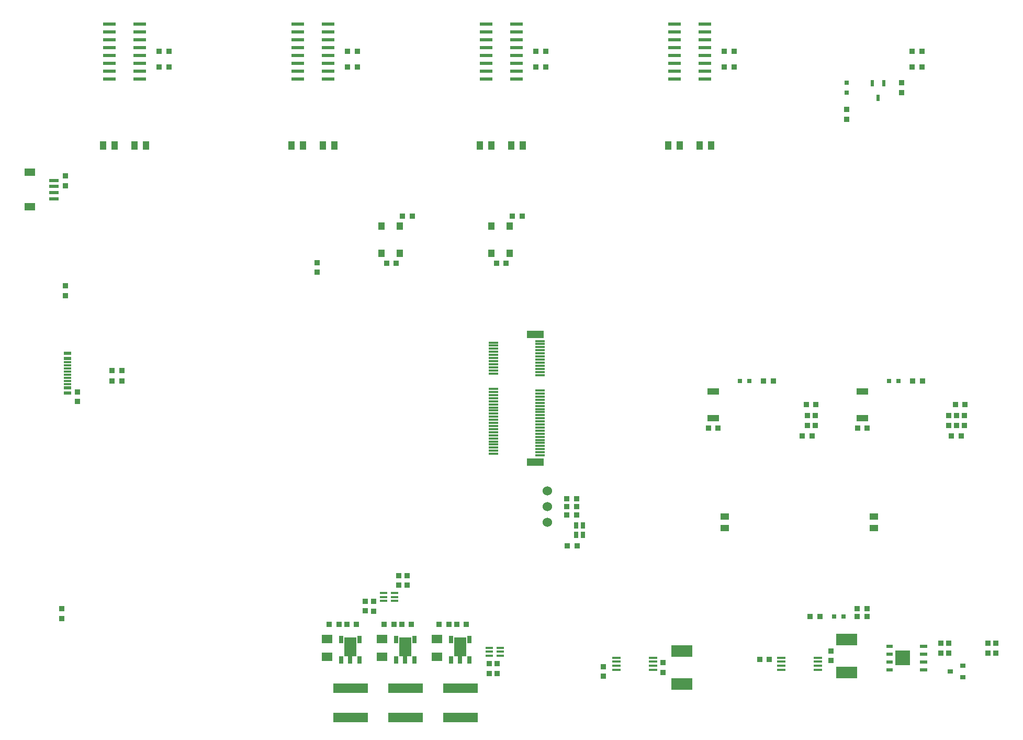
<source format=gtp>
G04*
G04 #@! TF.GenerationSoftware,Altium Limited,Altium Designer,22.10.1 (41)*
G04*
G04 Layer_Color=8421504*
%FSLAX25Y25*%
%MOIN*%
G70*
G04*
G04 #@! TF.SameCoordinates,F9F3A06B-563E-4FCB-9898-75D578650021*
G04*
G04*
G04 #@! TF.FilePolarity,Positive*
G04*
G01*
G75*
%ADD18R,0.05787X0.04370*%
%ADD19R,0.05000X0.02402*%
%ADD20R,0.04016X0.02402*%
%ADD21R,0.09449X0.09449*%
%ADD22R,0.03661X0.03425*%
G04:AMPARAMS|DCode=23|XSize=11.81mil|YSize=61.02mil|CornerRadius=0.89mil|HoleSize=0mil|Usage=FLASHONLY|Rotation=270.000|XOffset=0mil|YOffset=0mil|HoleType=Round|Shape=RoundedRectangle|*
%AMROUNDEDRECTD23*
21,1,0.01181,0.05925,0,0,270.0*
21,1,0.01004,0.06102,0,0,270.0*
1,1,0.00177,-0.02963,-0.00502*
1,1,0.00177,-0.02963,0.00502*
1,1,0.00177,0.02963,0.00502*
1,1,0.00177,0.02963,-0.00502*
%
%ADD23ROUNDEDRECTD23*%
G04:AMPARAMS|DCode=24|XSize=47.24mil|YSize=108.27mil|CornerRadius=3.54mil|HoleSize=0mil|Usage=FLASHONLY|Rotation=270.000|XOffset=0mil|YOffset=0mil|HoleType=Round|Shape=RoundedRectangle|*
%AMROUNDEDRECTD24*
21,1,0.04724,0.10118,0,0,270.0*
21,1,0.04016,0.10827,0,0,270.0*
1,1,0.00709,-0.05059,-0.02008*
1,1,0.00709,-0.05059,0.02008*
1,1,0.00709,0.05059,0.02008*
1,1,0.00709,0.05059,-0.02008*
%
%ADD24ROUNDEDRECTD24*%
%ADD25R,0.05512X0.01772*%
G04:AMPARAMS|DCode=26|XSize=77.56mil|YSize=23.23mil|CornerRadius=2.9mil|HoleSize=0mil|Usage=FLASHONLY|Rotation=0.000|XOffset=0mil|YOffset=0mil|HoleType=Round|Shape=RoundedRectangle|*
%AMROUNDEDRECTD26*
21,1,0.07756,0.01742,0,0,0.0*
21,1,0.07175,0.02323,0,0,0.0*
1,1,0.00581,0.03588,-0.00871*
1,1,0.00581,-0.03588,-0.00871*
1,1,0.00581,-0.03588,0.00871*
1,1,0.00581,0.03588,0.00871*
%
%ADD26ROUNDEDRECTD26*%
%ADD27R,0.02677X0.04724*%
%ADD28R,0.03937X0.05118*%
%ADD29R,0.03425X0.03661*%
G04:AMPARAMS|DCode=30|XSize=74.8mil|YSize=132.68mil|CornerRadius=2.62mil|HoleSize=0mil|Usage=FLASHONLY|Rotation=90.000|XOffset=0mil|YOffset=0mil|HoleType=Round|Shape=RoundedRectangle|*
%AMROUNDEDRECTD30*
21,1,0.07480,0.12744,0,0,90.0*
21,1,0.06957,0.13268,0,0,90.0*
1,1,0.00524,0.06372,0.03478*
1,1,0.00524,0.06372,-0.03478*
1,1,0.00524,-0.06372,-0.03478*
1,1,0.00524,-0.06372,0.03478*
%
%ADD30ROUNDEDRECTD30*%
%ADD31R,0.02362X0.03937*%
G04:AMPARAMS|DCode=32|XSize=45.28mil|YSize=15.75mil|CornerRadius=1.97mil|HoleSize=0mil|Usage=FLASHONLY|Rotation=0.000|XOffset=0mil|YOffset=0mil|HoleType=Round|Shape=RoundedRectangle|*
%AMROUNDEDRECTD32*
21,1,0.04528,0.01181,0,0,0.0*
21,1,0.04134,0.01575,0,0,0.0*
1,1,0.00394,0.02067,-0.00591*
1,1,0.00394,-0.02067,-0.00591*
1,1,0.00394,-0.02067,0.00591*
1,1,0.00394,0.02067,0.00591*
%
%ADD32ROUNDEDRECTD32*%
%ADD33R,0.22441X0.06299*%
%ADD34R,0.06102X0.02362*%
%ADD35R,0.07087X0.04724*%
%ADD36R,0.04528X0.01181*%
%ADD37R,0.04528X0.02362*%
%ADD38R,0.03543X0.03150*%
%ADD39R,0.03150X0.03150*%
%ADD40R,0.07677X0.04331*%
%ADD41R,0.03150X0.03150*%
%ADD42R,0.03150X0.03937*%
%ADD43R,0.07087X0.05276*%
%ADD44R,0.04370X0.05787*%
%ADD45C,0.06000*%
G36*
X237627Y109706D02*
X235166D01*
Y104982D01*
X232489D01*
Y109706D01*
X230029D01*
Y121714D01*
X237627D01*
Y109706D01*
D02*
G37*
G36*
X272627D02*
X270166D01*
Y104982D01*
X267489D01*
Y109706D01*
X265029D01*
Y121714D01*
X272627D01*
Y109706D01*
D02*
G37*
G36*
X307627D02*
X305166D01*
Y104982D01*
X302489D01*
Y109706D01*
X300029D01*
Y121714D01*
X307627D01*
Y109706D01*
D02*
G37*
D18*
X567500Y198543D02*
D03*
Y191457D02*
D03*
X472500Y198543D02*
D03*
Y191457D02*
D03*
D19*
X599012Y111100D02*
D03*
Y106100D02*
D03*
Y101100D02*
D03*
Y116100D02*
D03*
D20*
X577496D02*
D03*
Y111100D02*
D03*
Y106100D02*
D03*
Y101100D02*
D03*
D21*
X585783Y108600D02*
D03*
D22*
X50000Y140000D02*
D03*
Y133858D02*
D03*
X645037Y117897D02*
D03*
Y111755D02*
D03*
X639863Y111803D02*
D03*
Y117945D02*
D03*
X625163Y256803D02*
D03*
Y262945D02*
D03*
X620063Y256803D02*
D03*
Y262945D02*
D03*
X615063Y111803D02*
D03*
Y117945D02*
D03*
X614863Y256803D02*
D03*
Y262945D02*
D03*
X609863Y111803D02*
D03*
Y117945D02*
D03*
X585000Y475000D02*
D03*
Y468858D02*
D03*
X550063Y451803D02*
D03*
Y457945D02*
D03*
X530163Y256803D02*
D03*
Y262945D02*
D03*
X525063Y256803D02*
D03*
Y262945D02*
D03*
X394937Y103197D02*
D03*
Y97055D02*
D03*
X327500Y98858D02*
D03*
Y105000D02*
D03*
X322437Y104997D02*
D03*
Y98855D02*
D03*
X270000Y161142D02*
D03*
Y155000D02*
D03*
X264663Y155003D02*
D03*
Y161145D02*
D03*
X248563Y138503D02*
D03*
Y144645D02*
D03*
X243489Y144689D02*
D03*
Y138547D02*
D03*
X212563Y354303D02*
D03*
Y360445D02*
D03*
X540000Y113071D02*
D03*
Y106929D02*
D03*
X433000Y105571D02*
D03*
Y99429D02*
D03*
X60000Y278071D02*
D03*
Y271929D02*
D03*
X52500Y409429D02*
D03*
Y415571D02*
D03*
Y345571D02*
D03*
Y339429D02*
D03*
D23*
X325000Y299685D02*
D03*
Y301654D02*
D03*
Y303622D02*
D03*
Y305591D02*
D03*
Y307559D02*
D03*
Y309528D02*
D03*
X354724Y310512D02*
D03*
Y308543D02*
D03*
Y306575D02*
D03*
Y304606D02*
D03*
Y302638D02*
D03*
Y300669D02*
D03*
Y298701D02*
D03*
X325000Y297716D02*
D03*
X354724Y296732D02*
D03*
X325000Y295748D02*
D03*
X354724Y294764D02*
D03*
X325000Y293779D02*
D03*
X354724Y292795D02*
D03*
X325000Y291811D02*
D03*
X354724Y290827D02*
D03*
X325000Y289843D02*
D03*
X354724Y288858D02*
D03*
X325000Y280000D02*
D03*
X354724Y279016D02*
D03*
X325000Y278031D02*
D03*
X354724Y277047D02*
D03*
X325000Y276063D02*
D03*
X354724Y275079D02*
D03*
X325000Y274095D02*
D03*
X354724Y273110D02*
D03*
X325000Y272126D02*
D03*
X354724Y271142D02*
D03*
X325000Y270158D02*
D03*
X354724Y269173D02*
D03*
X325000Y268189D02*
D03*
X354724Y267205D02*
D03*
X325000Y266220D02*
D03*
X354724Y265236D02*
D03*
X325000Y264252D02*
D03*
X354724Y263268D02*
D03*
X325000Y262283D02*
D03*
X354724Y261299D02*
D03*
X325000Y260315D02*
D03*
X354724Y259331D02*
D03*
X325000Y258347D02*
D03*
X354724Y257362D02*
D03*
X325000Y256378D02*
D03*
X354724Y255394D02*
D03*
X325000Y254410D02*
D03*
X354724Y253425D02*
D03*
X325000Y252441D02*
D03*
X354724Y251457D02*
D03*
X325000Y250472D02*
D03*
X354724Y249488D02*
D03*
X325000Y248504D02*
D03*
X354724Y247520D02*
D03*
X325000Y246535D02*
D03*
X354724Y245551D02*
D03*
X325000Y244567D02*
D03*
X354724Y243583D02*
D03*
X325000Y242598D02*
D03*
X354724Y241614D02*
D03*
X325000Y240630D02*
D03*
X354724Y239646D02*
D03*
X325000Y238661D02*
D03*
X354724Y237677D02*
D03*
D24*
X351673Y314843D02*
D03*
Y233347D02*
D03*
D25*
X508386Y101161D02*
D03*
Y108839D02*
D03*
Y106280D02*
D03*
Y103720D02*
D03*
X531614Y108839D02*
D03*
Y106280D02*
D03*
Y103720D02*
D03*
Y101161D02*
D03*
X403386D02*
D03*
Y108839D02*
D03*
Y106280D02*
D03*
Y103720D02*
D03*
X426614Y108839D02*
D03*
Y106280D02*
D03*
Y103720D02*
D03*
Y101161D02*
D03*
D26*
X440256Y512500D02*
D03*
Y507500D02*
D03*
Y502500D02*
D03*
Y497500D02*
D03*
Y492500D02*
D03*
Y487500D02*
D03*
Y482500D02*
D03*
Y477500D02*
D03*
X459744D02*
D03*
Y482500D02*
D03*
Y487500D02*
D03*
Y492500D02*
D03*
Y497500D02*
D03*
Y502500D02*
D03*
Y507500D02*
D03*
Y512500D02*
D03*
X320256D02*
D03*
Y507500D02*
D03*
Y502500D02*
D03*
Y497500D02*
D03*
Y492500D02*
D03*
Y487500D02*
D03*
Y482500D02*
D03*
Y477500D02*
D03*
X339744D02*
D03*
Y482500D02*
D03*
Y487500D02*
D03*
Y492500D02*
D03*
Y497500D02*
D03*
Y502500D02*
D03*
Y507500D02*
D03*
Y512500D02*
D03*
X200256D02*
D03*
Y507500D02*
D03*
Y502500D02*
D03*
Y497500D02*
D03*
Y492500D02*
D03*
Y487500D02*
D03*
Y482500D02*
D03*
Y477500D02*
D03*
X219744D02*
D03*
Y482500D02*
D03*
Y487500D02*
D03*
Y492500D02*
D03*
Y497500D02*
D03*
Y502500D02*
D03*
Y507500D02*
D03*
Y512500D02*
D03*
X80256D02*
D03*
Y507500D02*
D03*
Y502500D02*
D03*
Y497500D02*
D03*
Y492500D02*
D03*
Y487500D02*
D03*
Y482500D02*
D03*
Y477500D02*
D03*
X99744D02*
D03*
Y482500D02*
D03*
Y487500D02*
D03*
Y492500D02*
D03*
Y497500D02*
D03*
Y502500D02*
D03*
Y507500D02*
D03*
Y512500D02*
D03*
D27*
X297922Y120336D02*
D03*
X309733D02*
D03*
Y107344D02*
D03*
X297922D02*
D03*
X262922Y120336D02*
D03*
X274733D02*
D03*
Y107344D02*
D03*
X262922D02*
D03*
X227922Y120336D02*
D03*
X239733D02*
D03*
Y107344D02*
D03*
X227922D02*
D03*
D28*
X323701Y366339D02*
D03*
X335512Y383661D02*
D03*
X323701D02*
D03*
X335512Y366339D02*
D03*
X253701D02*
D03*
X265512Y383661D02*
D03*
X253701D02*
D03*
X265512Y366339D02*
D03*
D29*
X619303Y269937D02*
D03*
X625445D02*
D03*
X616803Y249937D02*
D03*
X622945D02*
D03*
X598197Y285063D02*
D03*
X592055D02*
D03*
X591803Y494937D02*
D03*
X597945D02*
D03*
X591803Y484937D02*
D03*
X597945D02*
D03*
X556803Y134937D02*
D03*
X562945D02*
D03*
X562897Y140063D02*
D03*
X556755D02*
D03*
X526803Y134937D02*
D03*
X532945D02*
D03*
X521803Y249937D02*
D03*
X527945D02*
D03*
X524303Y269937D02*
D03*
X530445D02*
D03*
X500697Y107563D02*
D03*
X494555D02*
D03*
X503197Y285063D02*
D03*
X497055D02*
D03*
X478197Y485063D02*
D03*
X472055D02*
D03*
X478197Y495063D02*
D03*
X472055D02*
D03*
X378197Y180063D02*
D03*
X372055D02*
D03*
X371803Y199837D02*
D03*
X377945D02*
D03*
X371803Y204937D02*
D03*
X377945D02*
D03*
X371803Y210137D02*
D03*
X377945D02*
D03*
X358197Y485063D02*
D03*
X352055D02*
D03*
X358197Y495063D02*
D03*
X352055D02*
D03*
X343197Y390063D02*
D03*
X337055D02*
D03*
X307697Y130063D02*
D03*
X301555D02*
D03*
X273197Y390063D02*
D03*
X267055D02*
D03*
X272697Y130063D02*
D03*
X266555D02*
D03*
X238197Y485063D02*
D03*
X232055D02*
D03*
X238197Y495063D02*
D03*
X232055D02*
D03*
X237697Y130063D02*
D03*
X231555D02*
D03*
X118197Y485063D02*
D03*
X112055D02*
D03*
X118197Y495063D02*
D03*
X112055D02*
D03*
X88197Y285063D02*
D03*
X82055D02*
D03*
X88197Y291563D02*
D03*
X82055D02*
D03*
X563071Y255000D02*
D03*
X556929D02*
D03*
X468071D02*
D03*
X461929D02*
D03*
X333071Y360000D02*
D03*
X326929D02*
D03*
X296571Y130000D02*
D03*
X290429D02*
D03*
X263071Y360000D02*
D03*
X256929D02*
D03*
X261571Y130000D02*
D03*
X255429D02*
D03*
X226571D02*
D03*
X220429D02*
D03*
D30*
X550000Y120472D02*
D03*
Y99528D02*
D03*
X445000Y92028D02*
D03*
Y112972D02*
D03*
D31*
X573740Y474724D02*
D03*
X566260D02*
D03*
X570000Y465276D02*
D03*
D32*
X322500Y115118D02*
D03*
Y112559D02*
D03*
Y110000D02*
D03*
X329508D02*
D03*
Y112559D02*
D03*
Y115118D02*
D03*
X255000Y150000D02*
D03*
Y147441D02*
D03*
Y144882D02*
D03*
X262008D02*
D03*
Y147441D02*
D03*
Y150000D02*
D03*
D33*
X303999Y70748D02*
D03*
Y89252D02*
D03*
X268999Y70748D02*
D03*
Y89252D02*
D03*
X233999Y70748D02*
D03*
Y89252D02*
D03*
D34*
X45000Y401063D02*
D03*
Y405000D02*
D03*
Y408937D02*
D03*
Y412874D02*
D03*
D35*
X29744Y417992D02*
D03*
Y395945D02*
D03*
D36*
X53720Y296890D02*
D03*
Y294921D02*
D03*
Y292953D02*
D03*
Y283110D02*
D03*
Y285079D02*
D03*
Y287047D02*
D03*
Y290984D02*
D03*
Y289016D02*
D03*
D37*
Y280551D02*
D03*
Y299449D02*
D03*
Y277402D02*
D03*
Y302598D02*
D03*
D38*
X623937Y96260D02*
D03*
Y103740D02*
D03*
X616063Y100000D02*
D03*
D39*
X576850Y285000D02*
D03*
X583150D02*
D03*
X548150Y135000D02*
D03*
X541850D02*
D03*
X481850Y285000D02*
D03*
X488150D02*
D03*
D40*
X560000Y278465D02*
D03*
Y261535D02*
D03*
X465000Y278465D02*
D03*
Y261535D02*
D03*
D41*
X550000Y475000D02*
D03*
Y468701D02*
D03*
D42*
X382165Y187047D02*
D03*
X377835D02*
D03*
X382165Y192953D02*
D03*
X377835D02*
D03*
D43*
X288999Y109370D02*
D03*
Y120630D02*
D03*
X253999Y109370D02*
D03*
Y120630D02*
D03*
X218999Y109370D02*
D03*
Y120630D02*
D03*
D44*
X456457Y435000D02*
D03*
X463543D02*
D03*
X443543D02*
D03*
X436457D02*
D03*
X336457D02*
D03*
X343543D02*
D03*
X323543D02*
D03*
X316457D02*
D03*
X216457D02*
D03*
X223543D02*
D03*
X203543D02*
D03*
X196457D02*
D03*
X96457D02*
D03*
X103543D02*
D03*
X83543D02*
D03*
X76457D02*
D03*
D45*
X359500Y215000D02*
D03*
Y205000D02*
D03*
Y195000D02*
D03*
M02*

</source>
